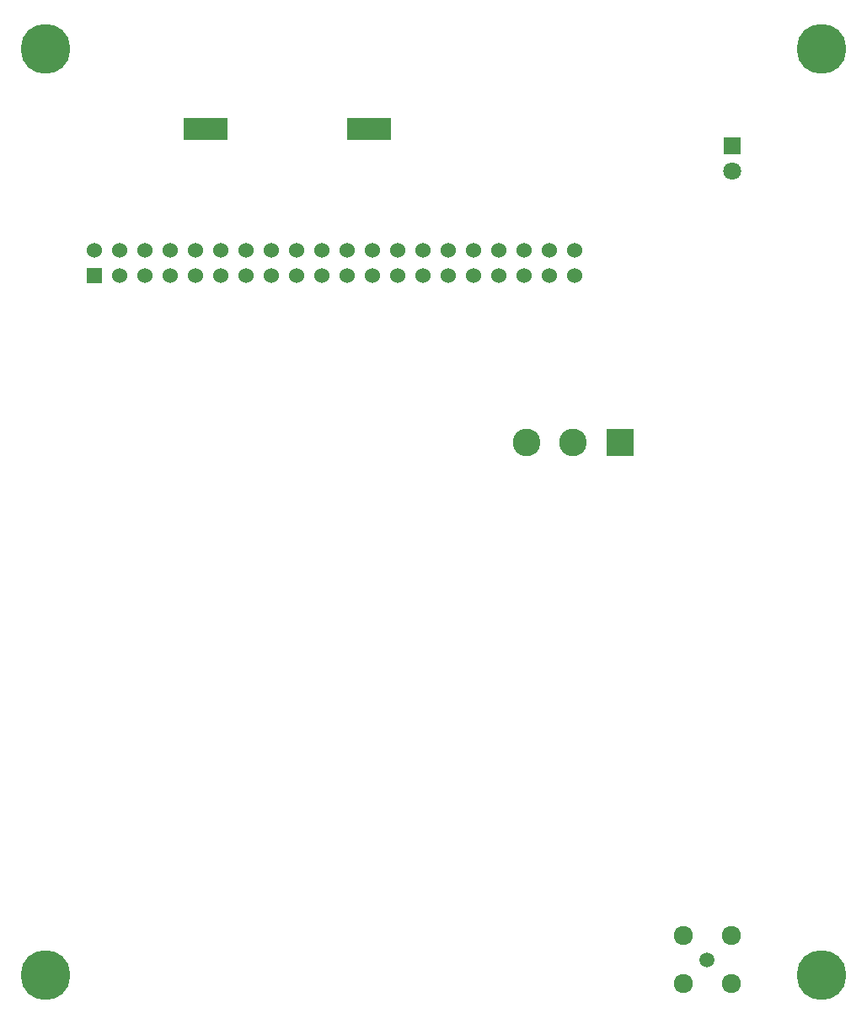
<source format=gbs>
G04 #@! TF.GenerationSoftware,KiCad,Pcbnew,(6.0.7)*
G04 #@! TF.CreationDate,2022-12-13T13:41:41-06:00*
G04 #@! TF.ProjectId,Narwal_v1,4e617277-616c-45f7-9631-2e6b69636164,1*
G04 #@! TF.SameCoordinates,Original*
G04 #@! TF.FileFunction,Soldermask,Bot*
G04 #@! TF.FilePolarity,Negative*
%FSLAX46Y46*%
G04 Gerber Fmt 4.6, Leading zero omitted, Abs format (unit mm)*
G04 Created by KiCad (PCBNEW (6.0.7)) date 2022-12-13 13:41:41*
%MOMM*%
%LPD*%
G01*
G04 APERTURE LIST*
%ADD10R,1.800000X1.800000*%
%ADD11C,1.800000*%
%ADD12C,5.000000*%
%ADD13R,2.775000X2.775000*%
%ADD14C,2.775000*%
%ADD15R,1.524000X1.524000*%
%ADD16C,1.524000*%
%ADD17C,1.508000*%
%ADD18C,1.920000*%
%ADD19R,4.500000X2.300000*%
G04 APERTURE END LIST*
D10*
X172500000Y-63225000D03*
D11*
X172500000Y-65765000D03*
D12*
X103500000Y-53500000D03*
X181500000Y-53500000D03*
X181500000Y-146500000D03*
D13*
X161200000Y-93000000D03*
D14*
X156500000Y-93000000D03*
X151800000Y-93000000D03*
D15*
X108370000Y-76270000D03*
D16*
X108370000Y-73730000D03*
X110910000Y-76270000D03*
X110910000Y-73730000D03*
X113450000Y-76270000D03*
X113450000Y-73730000D03*
X115990000Y-76270000D03*
X115990000Y-73730000D03*
X118530000Y-76270000D03*
X118530000Y-73730000D03*
X121070000Y-76270000D03*
X121070000Y-73730000D03*
X123610000Y-76270000D03*
X123610000Y-73730000D03*
X126150000Y-76270000D03*
X126150000Y-73730000D03*
X128690000Y-76270000D03*
X128690000Y-73730000D03*
X131230000Y-76270000D03*
X131230000Y-73730000D03*
X133770000Y-76270000D03*
X133770000Y-73730000D03*
X136310000Y-76270000D03*
X136310000Y-73730000D03*
X138850000Y-76270000D03*
X138850000Y-73730000D03*
X141390000Y-76270000D03*
X141390000Y-73730000D03*
X143930000Y-76270000D03*
X143930000Y-73730000D03*
X146470000Y-76270000D03*
X146470000Y-73730000D03*
X149010000Y-76270000D03*
X149010000Y-73730000D03*
X151550000Y-76270000D03*
X151550000Y-73730000D03*
X154090000Y-76270000D03*
X154090000Y-73730000D03*
X156630000Y-76270000D03*
X156630000Y-73730000D03*
D12*
X103500000Y-146500000D03*
D17*
X170000000Y-145000000D03*
D18*
X167600000Y-142600000D03*
X167600000Y-147400000D03*
X172400000Y-147400000D03*
X172400000Y-142600000D03*
D19*
X119575000Y-61500000D03*
X135975000Y-61500000D03*
M02*

</source>
